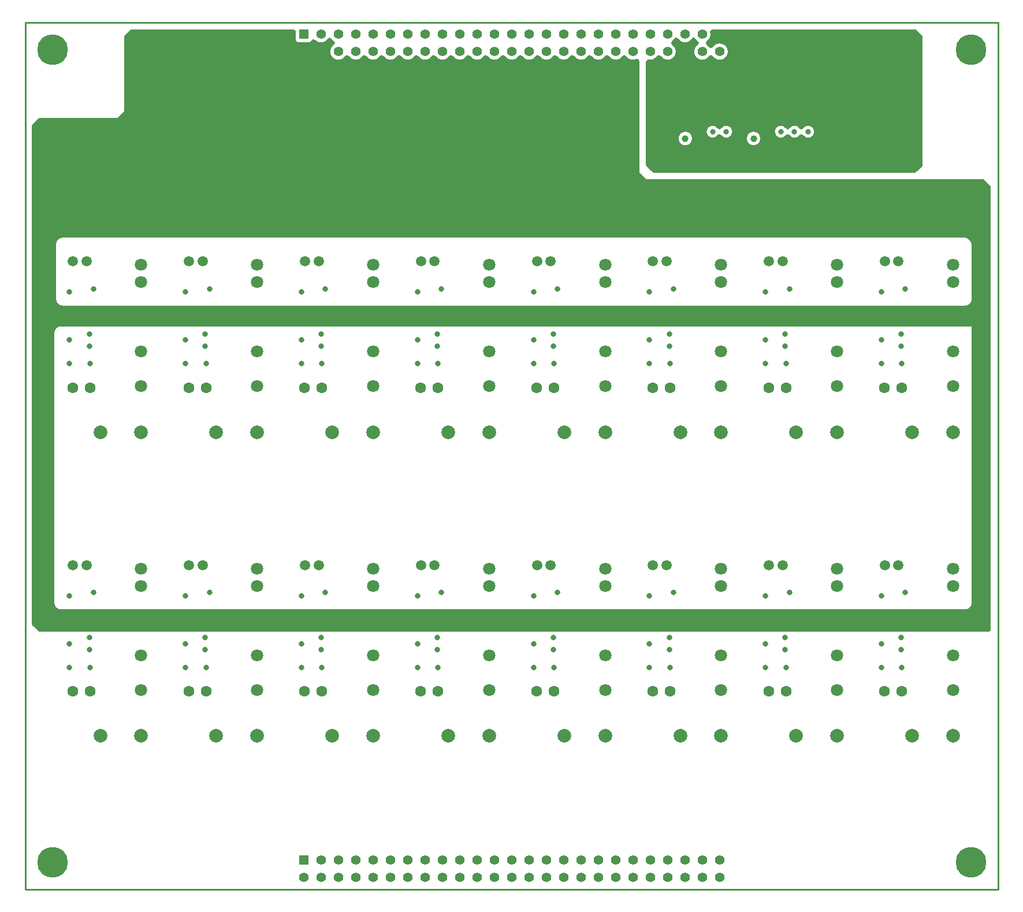
<source format=gbr>
*
*
G04 PADS Layout (Build Number 2005.266.2) generated Gerber (RS-274-X) file*
G04 PC Version=2.1*
*
%IN "cecs_module_relay_1031."*%
*
%MOMM*%
*
%FSLAX35Y35*%
*
*
*
*
G04 PC Standard Apertures*
*
*
G04 Thermal Relief Aperture macro.*
%AMTER*
1,1,$1,0,0*
1,0,$1-$2,0,0*
21,0,$3,$4,0,0,45*
21,0,$3,$4,0,0,135*
%
*
*
G04 Annular Aperture macro.*
%AMANN*
1,1,$1,0,0*
1,0,$2,0,0*
%
*
*
G04 Odd Aperture macro.*
%AMODD*
1,1,$1,0,0*
1,0,$1-0.005,0,0*
%
*
*
G04 PC Custom Aperture Macros*
*
*
*
*
*
*
G04 PC Aperture Table*
*
%ADD033C,1.5*%
%ADD034R,1.4224X1.4224*%
%ADD035C,1.4224*%
%ADD036C,2*%
%ADD058C,0.254*%
%ADD061C,1*%
%ADD062C,0.8*%
%ADD103C,1.6*%
%ADD105C,1.8*%
%ADD106C,4.5*%
%ADD108C,0.3*%
*
*
*
*
G04 PC Custom Flashes*
G04 Layer Name cecs_module_relay_1031. - flashes*
%LPD*%
*
*
G04 PC Circuitry*
G04 Layer Name cecs_module_relay_1031. - circuitry*
%LPD*%
*
G54D33*
G01X26300000Y17450000D03*
X26100000D03*
X33100000Y21900000D03*
X32900000D03*
X34800000Y17450000D03*
X34600000D03*
X34800000Y21900000D03*
X34600000D03*
X36500000Y17450000D03*
X36300000D03*
X36500000Y21900000D03*
X36300000D03*
X38200000Y17450000D03*
X38000000D03*
X38200000Y21900000D03*
X38000000D03*
X26300000D03*
X26100000D03*
X28000000Y17450000D03*
X27800000D03*
X28000000Y21900000D03*
X27800000D03*
X29700000Y17450000D03*
X29500000D03*
X29700000Y21900000D03*
X29500000D03*
X31400000Y17450000D03*
X31200000D03*
X31400000Y21900000D03*
X31200000D03*
X33100000Y17450000D03*
X32900000D03*
G54D34*
X29482000Y13127000D03*
Y25227000D03*
G54D35*
Y12873000D03*
X29736000Y13127000D03*
Y12873000D03*
X29990000Y13127000D03*
Y12873000D03*
X30244000Y13127000D03*
Y12873000D03*
X30498000Y13127000D03*
Y12873000D03*
X30752000Y13127000D03*
Y12873000D03*
X31006000Y13127000D03*
Y12873000D03*
X31260000Y13127000D03*
Y12873000D03*
X31514000Y13127000D03*
Y12873000D03*
X31768000Y13127000D03*
Y12873000D03*
X32022000Y13127000D03*
Y12873000D03*
X32276000Y13127000D03*
Y12873000D03*
X32530000Y13127000D03*
Y12873000D03*
X32784000Y13127000D03*
Y12873000D03*
X33038000Y13127000D03*
Y12873000D03*
X33292000Y13127000D03*
Y12873000D03*
X33546000Y13127000D03*
Y12873000D03*
X33800000Y13127000D03*
Y12873000D03*
X34054000Y13127000D03*
Y12873000D03*
X34308000Y13127000D03*
Y12873000D03*
X34562000Y13127000D03*
Y12873000D03*
X34816000Y13127000D03*
Y12873000D03*
X35070000Y13127000D03*
Y12873000D03*
X35324000Y13127000D03*
Y12873000D03*
X35578000Y13127000D03*
Y12873000D03*
X29482000Y24973000D03*
X29736000Y25227000D03*
Y24973000D03*
X29990000Y25227000D03*
Y24973000D03*
X30244000Y25227000D03*
Y24973000D03*
X30498000Y25227000D03*
Y24973000D03*
X30752000Y25227000D03*
Y24973000D03*
X31006000Y25227000D03*
Y24973000D03*
X31260000Y25227000D03*
Y24973000D03*
X31514000Y25227000D03*
Y24973000D03*
X31768000Y25227000D03*
Y24973000D03*
X32022000Y25227000D03*
Y24973000D03*
X32276000Y25227000D03*
Y24973000D03*
X32530000Y25227000D03*
Y24973000D03*
X32784000Y25227000D03*
Y24973000D03*
X33038000Y25227000D03*
Y24973000D03*
X33292000Y25227000D03*
Y24973000D03*
X33546000Y25227000D03*
Y24973000D03*
X33800000Y25227000D03*
Y24973000D03*
X34054000Y25227000D03*
Y24973000D03*
X34308000Y25227000D03*
Y24973000D03*
X34562000Y25227000D03*
Y24973000D03*
X34816000Y25227000D03*
Y24973000D03*
X35070000Y25227000D03*
Y24973000D03*
X35324000Y25227000D03*
Y24973000D03*
X35578000Y25227000D03*
Y24973000D03*
G54D36*
X27100000Y14950000D03*
X26500000D03*
X33900000Y19400000D03*
X33300000D03*
X35600000Y14950000D03*
X35000000D03*
X35600000Y19400000D03*
X35000000D03*
X37300000Y14950000D03*
X36700000D03*
X37300000Y19400000D03*
X36700000D03*
X39000000Y14950000D03*
X38400000D03*
X39000000Y19400000D03*
X38400000D03*
X27100000D03*
X26500000D03*
X28800000Y14950000D03*
X28200000D03*
X28800000Y19400000D03*
X28200000D03*
X30500000Y14950000D03*
X29900000D03*
X30500000Y19400000D03*
X29900000D03*
X32200000Y14950000D03*
X31600000D03*
X32200000Y19400000D03*
X31600000D03*
X33900000Y14950000D03*
X33300000D03*
G54D58*
X25400000Y12700000D02*
Y25400000D01*
X39660000*
Y12700000*
X25400000*
G54D61*
X36075000Y24200000D03*
Y23700000D03*
X35075000Y24200000D03*
Y23700000D03*
X36075000Y24200000D03*
Y23700000D03*
X35075000Y24200000D03*
Y23700000D03*
G54D62*
X35475000Y24100000D03*
Y23800000D03*
X35675000Y24100000D03*
Y23800000D03*
X36475000Y24100000D03*
Y23800000D03*
X36675000Y24100000D03*
Y23800000D03*
X36875000Y24100000D03*
Y23800000D03*
X26339700Y16211100D03*
Y16388900D03*
X26050000Y16300000D03*
X33139700Y20661100D03*
Y20838900D03*
X32850000Y20750000D03*
X34839700Y16211100D03*
Y16388900D03*
X34550000Y16300000D03*
X34839700Y20661100D03*
Y20838900D03*
X34550000Y20750000D03*
X36539700Y16211100D03*
Y16388900D03*
X36250000Y16300000D03*
X36539700Y20661100D03*
Y20838900D03*
X36250000Y20750000D03*
X38239700Y16211100D03*
Y16388900D03*
X37950000Y16300000D03*
X38239700Y20661100D03*
Y20838900D03*
X37950000Y20750000D03*
X26339700Y20661100D03*
Y20838900D03*
X26050000Y20750000D03*
X28039700Y16211100D03*
Y16388900D03*
X27750000Y16300000D03*
X28039700Y20661100D03*
Y20838900D03*
X27750000Y20750000D03*
X29739700Y16211100D03*
Y16388900D03*
X29450000Y16300000D03*
X29739700Y20661100D03*
Y20838900D03*
X29450000Y20750000D03*
X31439700Y16211100D03*
Y16388900D03*
X31150000Y16300000D03*
X31439700Y20661100D03*
Y20838900D03*
X31150000Y20750000D03*
X33139700Y16211100D03*
Y16388900D03*
X32850000Y16300000D03*
X26400000Y17050000D03*
Y16662500D03*
X27750000Y21450000D03*
Y21150000D03*
X28050000Y15950000D03*
X27750000D03*
X28050000Y20400000D03*
X27750000D03*
X29800000Y17050000D03*
Y16662500D03*
Y21500000D03*
Y21112500D03*
X29450000Y17000000D03*
Y16700000D03*
Y21450000D03*
Y21150000D03*
X29750000Y15950000D03*
X29450000D03*
X29750000Y20400000D03*
X29450000D03*
X31500000Y17050000D03*
Y16662500D03*
X26400000Y21500000D03*
Y21112500D03*
X31500000Y21500000D03*
Y21112500D03*
X31150000Y17000000D03*
Y16700000D03*
Y21450000D03*
Y21150000D03*
X31450000Y15950000D03*
X31150000D03*
X31450000Y20400000D03*
X31150000D03*
X33200000Y17050000D03*
Y16662500D03*
Y21500000D03*
Y21112500D03*
X32850000Y17000000D03*
Y16700000D03*
Y21450000D03*
Y21150000D03*
X33150000Y15950000D03*
X32850000D03*
X26050000Y17000000D03*
Y16700000D03*
X33150000Y20400000D03*
X32850000D03*
X34900000Y17050000D03*
Y16662500D03*
X34550000Y17000000D03*
Y16700000D03*
X34900000Y21500000D03*
Y21112500D03*
X34550000Y21450000D03*
Y21150000D03*
X34850000Y15950000D03*
X34550000D03*
X34850000Y20400000D03*
X34550000D03*
X36600000Y17050000D03*
Y16662500D03*
Y21500000D03*
Y21112500D03*
X36250000Y17000000D03*
Y16700000D03*
X26050000Y21450000D03*
Y21150000D03*
X36250000Y21450000D03*
Y21150000D03*
X36550000Y15950000D03*
X36250000D03*
X36550000Y20400000D03*
X36250000D03*
X38300000Y17050000D03*
Y16662500D03*
X37950000Y17000000D03*
Y16700000D03*
X38300000Y21500000D03*
Y21112500D03*
X37950000Y21450000D03*
Y21150000D03*
X38250000Y15950000D03*
X37950000D03*
X38250000Y20400000D03*
X37950000D03*
X26350000Y15950000D03*
X26050000D03*
X26350000Y20400000D03*
X26050000D03*
X28100000Y17050000D03*
Y16662500D03*
X27750000Y17000000D03*
Y16700000D03*
X28100000Y21500000D03*
Y21112500D03*
X35475000Y24100000D03*
Y23800000D03*
X35675000Y24100000D03*
Y23800000D03*
X36475000Y24100000D03*
Y23800000D03*
X36675000Y24100000D03*
Y23800000D03*
X36875000Y24100000D03*
Y23800000D03*
X26339700Y16211100D03*
Y16388900D03*
X26050000Y16300000D03*
X33139700Y20661100D03*
Y20838900D03*
X32850000Y20750000D03*
X34839700Y16211100D03*
Y16388900D03*
X34550000Y16300000D03*
X34839700Y20661100D03*
Y20838900D03*
X34550000Y20750000D03*
X36539700Y16211100D03*
Y16388900D03*
X36250000Y16300000D03*
X36539700Y20661100D03*
Y20838900D03*
X36250000Y20750000D03*
X38239700Y16211100D03*
Y16388900D03*
X37950000Y16300000D03*
X38239700Y20661100D03*
Y20838900D03*
X37950000Y20750000D03*
X26339700Y20661100D03*
Y20838900D03*
X26050000Y20750000D03*
X28039700Y16211100D03*
Y16388900D03*
X27750000Y16300000D03*
X28039700Y20661100D03*
Y20838900D03*
X27750000Y20750000D03*
X29739700Y16211100D03*
Y16388900D03*
X29450000Y16300000D03*
X29739700Y20661100D03*
Y20838900D03*
X29450000Y20750000D03*
X31439700Y16211100D03*
Y16388900D03*
X31150000Y16300000D03*
X31439700Y20661100D03*
Y20838900D03*
X31150000Y20750000D03*
X33139700Y16211100D03*
Y16388900D03*
X32850000Y16300000D03*
X26400000Y17050000D03*
Y16662500D03*
X27750000Y21450000D03*
Y21150000D03*
X28050000Y15950000D03*
X27750000D03*
X28050000Y20400000D03*
X27750000D03*
X29800000Y17050000D03*
Y16662500D03*
Y21500000D03*
Y21112500D03*
X29450000Y17000000D03*
Y16700000D03*
Y21450000D03*
Y21150000D03*
X29750000Y15950000D03*
X29450000D03*
X29750000Y20400000D03*
X29450000D03*
X31500000Y17050000D03*
Y16662500D03*
X26400000Y21500000D03*
Y21112500D03*
X31500000Y21500000D03*
Y21112500D03*
X31150000Y17000000D03*
Y16700000D03*
Y21450000D03*
Y21150000D03*
X31450000Y15950000D03*
X31150000D03*
X31450000Y20400000D03*
X31150000D03*
X33200000Y17050000D03*
Y16662500D03*
Y21500000D03*
Y21112500D03*
X32850000Y17000000D03*
Y16700000D03*
Y21450000D03*
Y21150000D03*
X33150000Y15950000D03*
X32850000D03*
X26050000Y17000000D03*
Y16700000D03*
X33150000Y20400000D03*
X32850000D03*
X34900000Y17050000D03*
Y16662500D03*
X34550000Y17000000D03*
Y16700000D03*
X34900000Y21500000D03*
Y21112500D03*
X34550000Y21450000D03*
Y21150000D03*
X34850000Y15950000D03*
X34550000D03*
X34850000Y20400000D03*
X34550000D03*
X36600000Y17050000D03*
Y16662500D03*
Y21500000D03*
Y21112500D03*
X36250000Y17000000D03*
Y16700000D03*
X26050000Y21450000D03*
Y21150000D03*
X36250000Y21450000D03*
Y21150000D03*
X36550000Y15950000D03*
X36250000D03*
X36550000Y20400000D03*
X36250000D03*
X38300000Y17050000D03*
Y16662500D03*
X37950000Y17000000D03*
Y16700000D03*
X38300000Y21500000D03*
Y21112500D03*
X37950000Y21450000D03*
Y21150000D03*
X38250000Y15950000D03*
X37950000D03*
X38250000Y20400000D03*
X37950000D03*
X26350000Y15950000D03*
X26050000D03*
X26350000Y20400000D03*
X26050000D03*
X28100000Y17050000D03*
Y16662500D03*
X27750000Y17000000D03*
Y16700000D03*
X28100000Y21500000D03*
Y21112500D03*
G54D103*
X31450000Y20050000D03*
X31196000D03*
X33150000Y15600000D03*
X32896000D03*
X33150000Y20050000D03*
X32896000D03*
X34850000Y15600000D03*
X34596000D03*
X34850000Y20050000D03*
X34596000D03*
X36550000Y15600000D03*
X36296000D03*
X36550000Y20050000D03*
X36296000D03*
X38250000Y15600000D03*
X37996000D03*
X38250000Y20050000D03*
X37996000D03*
X26350000Y15600000D03*
X26096000D03*
X26350000Y20050000D03*
X26096000D03*
X28050000Y15600000D03*
X27796000D03*
X28050000Y20050000D03*
X27796000D03*
X29750000Y15600000D03*
X29496000D03*
X29750000Y20050000D03*
X29496000D03*
X31450000Y15600000D03*
X31196000D03*
G54D105*
X27100000Y17400000D03*
Y17146000D03*
Y15622000D03*
Y16130000D03*
X33900000Y21850000D03*
Y21596000D03*
Y20072000D03*
Y20580000D03*
X35600000Y17400000D03*
Y17146000D03*
Y15622000D03*
Y16130000D03*
Y21850000D03*
Y21596000D03*
Y20072000D03*
Y20580000D03*
X37300000Y17400000D03*
Y17146000D03*
Y15622000D03*
Y16130000D03*
Y21850000D03*
Y21596000D03*
Y20072000D03*
Y20580000D03*
X39000000Y17400000D03*
Y17146000D03*
Y15622000D03*
Y16130000D03*
Y21850000D03*
Y21596000D03*
Y20072000D03*
Y20580000D03*
X27100000Y21850000D03*
Y21596000D03*
Y20072000D03*
Y20580000D03*
X28800000Y17400000D03*
Y17146000D03*
Y15622000D03*
Y16130000D03*
Y21850000D03*
Y21596000D03*
Y20072000D03*
Y20580000D03*
X30500000Y17400000D03*
Y17146000D03*
Y15622000D03*
Y16130000D03*
Y21850000D03*
Y21596000D03*
Y20072000D03*
Y20580000D03*
X32200000Y17400000D03*
Y17146000D03*
Y15622000D03*
Y16130000D03*
Y21850000D03*
Y21596000D03*
Y20072000D03*
Y20580000D03*
X33900000Y17400000D03*
Y17146000D03*
Y15622000D03*
Y16130000D03*
G54D106*
X25800000Y25000000D03*
X39260000D03*
Y13100000D03*
X25800000D03*
G54D108*
X39040000Y20965000D02*
X39485000D01*
Y21435000*
X39290000*
Y21350000*
X39175000Y21235000D02*
G75*
G03X39290000Y21350000I0J115000D01*
G01X39175000Y21235000D02*
X39040000D01*
Y20965000*
X39290000Y16935000D02*
Y16900000D01*
X39175000Y16785000D02*
G03X39290000Y16900000I0J115000D01*
G01X39175000Y16785000D02*
X39165000D01*
Y16640000*
X39535000*
Y16935000*
X39290000*
Y21423967D02*
X39485000D01*
X39290000Y21396967D02*
X39485000D01*
X39290000Y21369967D02*
X39485000D01*
X39289785Y21342967D02*
X39485000D01*
X39284849Y21315967D02*
X39485000D01*
X39272468Y21288967D02*
X39485000D01*
X39248994Y21261967D02*
X39485000D01*
X39040000Y21234967D02*
X39485000D01*
X39040000Y21207967D02*
X39485000D01*
X39040000Y21180967D02*
X39485000D01*
X39040000Y21153967D02*
X39485000D01*
X39040000Y21126967D02*
X39485000D01*
X39040000Y21099967D02*
X39485000D01*
X39040000Y21072967D02*
X39485000D01*
X39040000Y21045967D02*
X39485000D01*
X39040000Y21018967D02*
X39485000D01*
X39040000Y20991967D02*
X39485000D01*
X39290000Y16909967D02*
X39535000D01*
X39288732Y16882967D02*
X39535000D01*
X39281236Y16855967D02*
X39535000D01*
X39265439Y16828967D02*
X39535000D01*
X39235120Y16801967D02*
X39535000D01*
X39165000Y16774967D02*
X39535000D01*
X39165000Y16747967D02*
X39535000D01*
X39165000Y16720967D02*
X39535000D01*
X39165000Y16693967D02*
X39535000D01*
X39165000Y16666967D02*
X39535000D01*
X36190001Y23700000D02*
G03X36190001I-115001J0D01*
G01X35190001D02*
G03X35190001I-115001J0D01*
G01X38535000Y23312426D02*
Y25187574D01*
G03X38530607Y25198180I-15000J-0*
G01X38448180Y25280607*
X38448180D02*
G03X38437574Y25285000I-10606J-10607D01*
G01X35468874*
G03X35454494Y25265732I-0J-15000*
G01X35397775Y25112606D02*
G03X35454494Y25265732I-73775J114394D01*
G01X35397775Y25112606D02*
G03Y25087394I8130J-12606D01*
G01X35438394Y25046775D02*
G03X35397775Y25087394I-114394J-73775D01*
G01X35438394Y25046775D02*
G03X35463606I12606J8130D01*
G01Y24899225D02*
G03Y25046775I114394J73775D01*
G01Y24899225D02*
G03X35438394I-12606J-8130D01*
G01X35250225Y25087394D02*
G03X35438394Y24899225I73775J-114394D01*
G01X35250225Y25087394D02*
G03Y25112606I-8130J12606D01*
G01X35209606Y25153225D02*
G03X35250225Y25112606I114394J73775D01*
G01X35209606Y25153225D02*
G03X35184394I-12606J-8130D01*
G01X34955606D02*
G03X35184394I114394J73775D01*
G01X34955606D02*
G03X34930394I-12606J-8130D01*
G01X34889775Y25112606D02*
G03X34930394Y25153225I-73775J114394D01*
G01X34889775Y25112606D02*
G03Y25087394I8130J-12606D01*
G01X34701606Y24899225D02*
G03X34889775Y25087394I114394J73775D01*
G01X34701606Y24899225D02*
G03X34676394I-12606J-8130D01*
G01X34533176Y24839966D02*
G03X34676394Y24899225I28824J133034D01*
G01X34533176Y24839966D02*
G03X34515000Y24825306I-3176J-14660D01*
G01Y23312426*
G03X34519393Y23301820I15000J0*
G01X34601820Y23219393*
X34601820D02*
G03X34612426Y23215000I10606J10607D01*
G01X38437574*
G03X38448180Y23219393I-0J15000*
G01X38530607Y23301820*
X38530607D02*
G03X38535000Y23312426I-10607J10606D01*
G01X39535000Y16830000D02*
Y22987574D01*
G03X39530607Y22998180I-15000J-0*
G01X39448180Y23080607*
X39448180D02*
G03X39437574Y23085000I-10606J-10607D01*
G01X34493787*
X34385000Y23193787*
Y24835183*
G03X34363846Y24848863I-15000J0*
G01X34193606Y24899225D02*
G03X34363846Y24848863I114394J73775D01*
G01X34193606Y24899225D02*
G03X34168394I-12606J-8130D01*
G01X33939606D02*
G03X34168394I114394J73775D01*
G01X33939606D02*
G03X33914394I-12606J-8130D01*
G01X33685606D02*
G03X33914394I114394J73775D01*
G01X33685606D02*
G03X33660394I-12606J-8130D01*
G01X33431606D02*
G03X33660394I114394J73775D01*
G01X33431606D02*
G03X33406394I-12606J-8130D01*
G01X33177606D02*
G03X33406394I114394J73775D01*
G01X33177606D02*
G03X33152394I-12606J-8130D01*
G01X32923606D02*
G03X33152394I114394J73775D01*
G01X32923606D02*
G03X32898394I-12606J-8130D01*
G01X32669606D02*
G03X32898394I114394J73775D01*
G01X32669606D02*
G03X32644394I-12606J-8130D01*
G01X32415606D02*
G03X32644394I114394J73775D01*
G01X32415606D02*
G03X32390394I-12606J-8130D01*
G01X32161606D02*
G03X32390394I114394J73775D01*
G01X32161606D02*
G03X32136394I-12606J-8130D01*
G01X31907606D02*
G03X32136394I114394J73775D01*
G01X31907606D02*
G03X31882394I-12606J-8130D01*
G01X31653606D02*
G03X31882394I114394J73775D01*
G01X31653606D02*
G03X31628394I-12606J-8130D01*
G01X31399606D02*
G03X31628394I114394J73775D01*
G01X31399606D02*
G03X31374394I-12606J-8130D01*
G01X31145606D02*
G03X31374394I114394J73775D01*
G01X31145606D02*
G03X31120394I-12606J-8130D01*
G01X30891606D02*
G03X31120394I114394J73775D01*
G01X30891606D02*
G03X30866394I-12606J-8130D01*
G01X30637606D02*
G03X30866394I114394J73775D01*
G01X30637606D02*
G03X30612394I-12606J-8130D01*
G01X30383606D02*
G03X30612394I114394J73775D01*
G01X30383606D02*
G03X30358394I-12606J-8130D01*
G01X30129606D02*
G03X30358394I114394J73775D01*
G01X30129606D02*
G03X30104394I-12606J-8130D01*
G01X29916225Y25087394D02*
G03X30104394Y24899225I73775J-114394D01*
G01X29916225Y25087394D02*
G03Y25112606I-8130J12606D01*
G01X29875606Y25153225D02*
G03X29916225Y25112606I114394J73775D01*
G01X29875606Y25153225D02*
G03X29850394I-12606J-8130D01*
G01X29637054Y25133521D02*
G03X29850394Y25153225I98946J93479D01*
G01X29637053Y25133521D02*
G03X29612457Y25129343I-10903J-10301D01*
G01X29553120Y25090879D02*
G03X29612457Y25129343I0J65001D01*
G01X29553120Y25090879D02*
X29410880D01*
X29345879Y25155880D02*
G03X29410880Y25090879I65001J0D01*
G01X29345879Y25155880D02*
Y25270000D01*
X29345879D02*
G03X29330879Y25285000I-15000J0D01*
G01X29330879D02*
X26962426D01*
G03X26951820Y25280607I0J-15000*
G01X26869393Y25198180*
X26869393D02*
G03X26865000Y25187574I10607J-10606D01*
G01Y24093787*
X26756213Y23985000*
X25612426*
G03X25601820Y23980607I0J-15000*
G01X25519393Y23898180*
X25519393D02*
G03X25515000Y23887574I10607J-10606D01*
G01Y16587426*
G03X25519393Y16576820I15000J0*
G01X25601820Y16494393*
X25601820D02*
G03X25612426Y16490000I10606J10607D01*
G01X26309353*
G03X26313147Y16490488I0J15000*
G01X26366253Y16490487D02*
G03X26313147I-26553J-101587D01*
G01X26366253Y16490488D02*
G03X26370047Y16490000I3794J14512D01*
G01X28009353*
G03X28013147Y16490488I0J15000*
G01X28066253Y16490487D02*
G03X28013147I-26553J-101587D01*
G01X28066253Y16490488D02*
G03X28070047Y16490000I3794J14512D01*
G01X29709353*
G03X29713147Y16490488I0J15000*
G01X29766253Y16490487D02*
G03X29713147I-26553J-101587D01*
G01X29766253Y16490488D02*
G03X29770047Y16490000I3794J14512D01*
G01X31409353*
G03X31413147Y16490488I0J15000*
G01X31466253Y16490487D02*
G03X31413147I-26553J-101587D01*
G01X31466253Y16490488D02*
G03X31470047Y16490000I3794J14512D01*
G01X33109353*
G03X33113147Y16490488I0J15000*
G01X33166253Y16490487D02*
G03X33113147I-26553J-101587D01*
G01X33166253Y16490488D02*
G03X33170047Y16490000I3794J14512D01*
G01X34809353*
G03X34813147Y16490488I0J15000*
G01X34866253Y16490487D02*
G03X34813147I-26553J-101587D01*
G01X34866253Y16490488D02*
G03X34870047Y16490000I3794J14512D01*
G01X36509353*
G03X36513147Y16490488I0J15000*
G01X36566253Y16490487D02*
G03X36513147I-26553J-101587D01*
G01X36566253Y16490488D02*
G03X36570047Y16490000I3794J14512D01*
G01X38209353*
G03X38213147Y16490488I0J15000*
G01X38266253Y16490487D02*
G03X38213147I-26553J-101587D01*
G01X38266253Y16490488D02*
G03X38270047Y16490000I3794J14512D01*
G01X39520000*
G03X39535000Y16505000I0J15000*
G01Y16770000*
G03X39520000Y16785000I-15000J0*
G01X25925000*
X25810000Y16900000D02*
G03X25925000Y16785000I115000J0D01*
G01X25810000Y16900000D02*
Y20850000D01*
X25925000Y20965000D02*
G03X25810000Y20850000I0J-115000D01*
G01X25925000Y20965000D02*
X39195000D01*
G03X39210000Y20980000I0J15000*
G01Y21220000*
G03X39195000Y21235000I-15000J0*
G01X25950000*
X25835000Y21350000D02*
G03X25950000Y21235000I115000J0D01*
G01X25835000Y21350000D02*
Y22150000D01*
X25950000Y22265000D02*
G03X25835000Y22150000I0J-115000D01*
G01X25950000Y22265000D02*
X39122188D01*
G03X39124837Y22265236I-0J15000*
G01X39290000Y22151443D02*
G03X39124837Y22265236I-140000J-26443D01*
G01X39290000Y22151443D02*
Y16830000D01*
G03X39305000Y16815000I15000J0*
G01X39520000*
G03X39535000Y16830000I0J15000*
G01X36787500Y23741958D02*
G03Y23858042I87500J58042D01*
G01Y23741958D02*
G03X36762500I-12500J-8291D01*
G01X36587500D02*
G03X36762500I87500J58042D01*
G01X36587500D02*
G03X36562500I-12500J-8291D01*
G01Y23858042D02*
G03Y23741958I-87500J-58042D01*
G01Y23858042D02*
G03X36587500I12500J8291D01*
G01X36762500D02*
G03X36587500I-87500J-58042D01*
G01X36762500D02*
G03X36787500I12500J8291D01*
G01X36190001Y23700000D02*
G03X36190001I-115001J0D01*
G01X35587500Y23741958D02*
G03Y23858042I87500J58042D01*
G01Y23741958D02*
G03X35562500I-12500J-8291D01*
G01Y23858042D02*
G03Y23741958I-87500J-58042D01*
G01Y23858042D02*
G03X35587500I12500J8291D01*
G01X35190001Y23700000D02*
G03X35190001I-115001J0D01*
G01X35453789Y25185967D02*
X38535000D01*
X35441899Y25158967D02*
X38535000D01*
X35421455Y25131967D02*
X38535000D01*
X35611371Y25104967D02*
X38535000D01*
X35664665Y25077967D02*
X38535000D01*
X35689580Y25050967D02*
X38535000D01*
X35704219Y25023967D02*
X38535000D01*
X35711994Y24996967D02*
X38535000D01*
X35714087Y24969967D02*
X38535000D01*
X35710766Y24942967D02*
X38535000D01*
X35701596Y24915967D02*
X38535000D01*
X35685085Y24888967D02*
X38535000D01*
X35656743Y24861967D02*
X38535000D01*
X34518525Y24834967D02*
X38535000D01*
X34515000Y24807967D02*
X38535000D01*
X34515000Y24780967D02*
X38535000D01*
X34515000Y24753967D02*
X38535000D01*
X34515000Y24726967D02*
X38535000D01*
X34515000Y24699967D02*
X38535000D01*
X34515000Y24672967D02*
X38535000D01*
X34515000Y24645967D02*
X38535000D01*
X34515000Y24618967D02*
X38535000D01*
X34515000Y24591967D02*
X38535000D01*
X34515000Y24564967D02*
X38535000D01*
X34515000Y24537967D02*
X38535000D01*
X34515000Y24510967D02*
X38535000D01*
X34515000Y24483967D02*
X38535000D01*
X34515000Y24456967D02*
X38535000D01*
X34515000Y24429967D02*
X38535000D01*
X34515000Y24402967D02*
X38535000D01*
X34515000Y24375967D02*
X38535000D01*
X34515000Y24348967D02*
X38535000D01*
X34515000Y24321967D02*
X38535000D01*
X34515000Y24294967D02*
X38535000D01*
X34515000Y24267967D02*
X38535000D01*
X34515000Y24240967D02*
X38535000D01*
X34515000Y24213967D02*
X38535000D01*
X34515000Y24186967D02*
X38535000D01*
X34515000Y24159967D02*
X38535000D01*
X34515000Y24132967D02*
X38535000D01*
X34515000Y24105967D02*
X38535000D01*
X34515000Y24078967D02*
X38535000D01*
X34515000Y24051967D02*
X38535000D01*
X34515000Y24024967D02*
X38535000D01*
X34515000Y23997967D02*
X38535000D01*
X34515000Y23970967D02*
X38535000D01*
X34515000Y23943967D02*
X38535000D01*
X34515000Y23916967D02*
X38535000D01*
X36929140Y23889967D02*
X38535000D01*
X36959026Y23862967D02*
X38535000D01*
X36973648Y23835967D02*
X38535000D01*
X36979617Y23808967D02*
X38535000D01*
X36978440Y23781967D02*
X38535000D01*
X36969853Y23754967D02*
X38535000D01*
X36951396Y23727967D02*
X38535000D01*
X36909893Y23700967D02*
X38535000D01*
X36187015Y23673967D02*
X38535000D01*
X36177042Y23646967D02*
X38535000D01*
X36157582Y23619967D02*
X38535000D01*
X36117059Y23592967D02*
X38535000D01*
X34515000Y23565967D02*
X38535000D01*
X34515000Y23538967D02*
X38535000D01*
X34515000Y23511967D02*
X38535000D01*
X34515000Y23484967D02*
X38535000D01*
X34515000Y23457967D02*
X38535000D01*
X34515000Y23430967D02*
X38535000D01*
X34515000Y23403967D02*
X38535000D01*
X34515000Y23376967D02*
X38535000D01*
X34515000Y23349967D02*
X38535000D01*
X34515000Y23322967D02*
X38535000D01*
X34525247Y23295967D02*
X38524753D01*
X35459395Y25212967D02*
X38515820D01*
X34552247Y23268967D02*
X38497753D01*
X35459502Y25239967D02*
X38488820D01*
X34579247Y23241967D02*
X38470753D01*
X35454184Y25266967D02*
X38461820D01*
X36709893Y23700967D02*
X36840107D01*
X36729140Y23889967D02*
X36820860D01*
X36751396Y23727967D02*
X36798604D01*
X36759026Y23862967D02*
X36790974D01*
X36509893Y23700967D02*
X36640107D01*
X36529140Y23889967D02*
X36620860D01*
X36551396Y23727967D02*
X36598604D01*
X36559026Y23862967D02*
X36590974D01*
X36189996Y23700967D02*
X36440107D01*
X35729140Y23889967D02*
X36420860D01*
X36186548Y23727967D02*
X36398604D01*
X35759026Y23862967D02*
X36390974D01*
X36176014Y23754967D02*
X36380147D01*
X35773648Y23835967D02*
X36376352D01*
X36155663Y23781967D02*
X36371560D01*
X36111761Y23808967D02*
X36370383D01*
X35779617D02*
X36038239D01*
X35117059Y23592967D02*
X36032941D01*
X35778440Y23781967D02*
X35994337D01*
X35157582Y23619967D02*
X35992418D01*
X35769853Y23754967D02*
X35973986D01*
X35177042Y23646967D02*
X35972958D01*
X35751396Y23727967D02*
X35963452D01*
X35187015Y23673967D02*
X35962985D01*
X35709893Y23700967D02*
X35960004D01*
X35509893D02*
X35640107D01*
X35529140Y23889967D02*
X35620860D01*
X35551396Y23727967D02*
X35598604D01*
X35559026Y23862967D02*
X35590974D01*
X35391751Y25104967D02*
X35544629D01*
X35402743Y24861967D02*
X35499257D01*
X35410665Y25077967D02*
X35491335D01*
X35431085Y24888967D02*
X35470915D01*
X35435580Y25050967D02*
X35466420D01*
X35189996Y23700967D02*
X35440107D01*
X34515000Y23889967D02*
X35420860D01*
X35186548Y23727967D02*
X35398604D01*
X34515000Y23862967D02*
X35390974D01*
X35176014Y23754967D02*
X35380147D01*
X34515000Y23835967D02*
X35376352D01*
X35155663Y23781967D02*
X35371560D01*
X35111761Y23808967D02*
X35370383D01*
X35130305Y25104967D02*
X35256249D01*
X34894743Y24861967D02*
X35245257D01*
X34902665Y25077967D02*
X35237335D01*
X35167455Y25131967D02*
X35226545D01*
X34923085Y24888967D02*
X35216915D01*
X34927580Y25050967D02*
X35212420D01*
X35191292Y25158967D02*
X35202708D01*
X34939596Y24915967D02*
X35200404D01*
X34942219Y25023967D02*
X35197781D01*
X34948766Y24942967D02*
X35191234D01*
X34949994Y24996967D02*
X35190006D01*
X34952087Y24969967D02*
X35187913D01*
X34515000Y23808967D02*
X35038239D01*
X34515000Y23592967D02*
X35032941D01*
X34883751Y25104967D02*
X35009695D01*
X34515000Y23781967D02*
X34994337D01*
X34515000Y23619967D02*
X34992418D01*
X34515000Y23754967D02*
X34973986D01*
X34515000Y23646967D02*
X34972958D01*
X34913455Y25131967D02*
X34972545D01*
X34515000Y23727967D02*
X34963452D01*
X34515000Y23673967D02*
X34962985D01*
X34515000Y23700967D02*
X34960004D01*
X34937292Y25158967D02*
X34948708D01*
X34640743Y24861967D02*
X34737257D01*
X34669085Y24888967D02*
X34708915D01*
X25515000Y22969967D02*
X39535000D01*
X25515000Y22942967D02*
X39535000D01*
X25515000Y22915967D02*
X39535000D01*
X25515000Y22888967D02*
X39535000D01*
X25515000Y22861967D02*
X39535000D01*
X25515000Y22834967D02*
X39535000D01*
X25515000Y22807967D02*
X39535000D01*
X25515000Y22780967D02*
X39535000D01*
X25515000Y22753967D02*
X39535000D01*
X25515000Y22726967D02*
X39535000D01*
X25515000Y22699967D02*
X39535000D01*
X25515000Y22672967D02*
X39535000D01*
X25515000Y22645967D02*
X39535000D01*
X25515000Y22618967D02*
X39535000D01*
X25515000Y22591967D02*
X39535000D01*
X25515000Y22564967D02*
X39535000D01*
X25515000Y22537967D02*
X39535000D01*
X25515000Y22510967D02*
X39535000D01*
X25515000Y22483967D02*
X39535000D01*
X25515000Y22456967D02*
X39535000D01*
X25515000Y22429967D02*
X39535000D01*
X25515000Y22402967D02*
X39535000D01*
X25515000Y22375967D02*
X39535000D01*
X25515000Y22348967D02*
X39535000D01*
X25515000Y22321967D02*
X39535000D01*
X25515000Y22294967D02*
X39535000D01*
X25515000Y22267967D02*
X39535000D01*
X39232771Y22240967D02*
X39535000D01*
X39261284Y22213967D02*
X39535000D01*
X39278294Y22186967D02*
X39535000D01*
X39288118Y22159967D02*
X39535000D01*
X39290000Y22132967D02*
X39535000D01*
X39290000Y22105967D02*
X39535000D01*
X39290000Y22078967D02*
X39535000D01*
X39290000Y22051967D02*
X39535000D01*
X39290000Y22024967D02*
X39535000D01*
X39290000Y21997967D02*
X39535000D01*
X39290000Y21970967D02*
X39535000D01*
X39290000Y21943967D02*
X39535000D01*
X39290000Y21916967D02*
X39535000D01*
X39290000Y21889967D02*
X39535000D01*
X39290000Y21862967D02*
X39535000D01*
X39290000Y21835967D02*
X39535000D01*
X39290000Y21808967D02*
X39535000D01*
X39290000Y21781967D02*
X39535000D01*
X39290000Y21754967D02*
X39535000D01*
X39290000Y21727967D02*
X39535000D01*
X39290000Y21700967D02*
X39535000D01*
X39290000Y21673967D02*
X39535000D01*
X39290000Y21646967D02*
X39535000D01*
X39290000Y21619967D02*
X39535000D01*
X39290000Y21592967D02*
X39535000D01*
X39290000Y21565967D02*
X39535000D01*
X39290000Y21538967D02*
X39535000D01*
X39290000Y21511967D02*
X39535000D01*
X39290000Y21484967D02*
X39535000D01*
X39290000Y21457967D02*
X39535000D01*
X39290000Y21430967D02*
X39535000D01*
X39290000Y21403967D02*
X39535000D01*
X39290000Y21376967D02*
X39535000D01*
X39290000Y21349967D02*
X39535000D01*
X39290000Y21322967D02*
X39535000D01*
X39290000Y21295967D02*
X39535000D01*
X39290000Y21268967D02*
X39535000D01*
X39290000Y21241967D02*
X39535000D01*
X39290000Y21214967D02*
X39535000D01*
X39290000Y21187967D02*
X39535000D01*
X39290000Y21160967D02*
X39535000D01*
X39290000Y21133967D02*
X39535000D01*
X39290000Y21106967D02*
X39535000D01*
X39290000Y21079967D02*
X39535000D01*
X39290000Y21052967D02*
X39535000D01*
X39290000Y21025967D02*
X39535000D01*
X39290000Y20998967D02*
X39535000D01*
X39290000Y20971967D02*
X39535000D01*
X39290000Y20944967D02*
X39535000D01*
X39290000Y20917967D02*
X39535000D01*
X39290000Y20890967D02*
X39535000D01*
X39290000Y20863967D02*
X39535000D01*
X39290000Y20836967D02*
X39535000D01*
X39290000Y20809967D02*
X39535000D01*
X39290000Y20782967D02*
X39535000D01*
X39290000Y20755967D02*
X39535000D01*
X39290000Y20728967D02*
X39535000D01*
X39290000Y20701967D02*
X39535000D01*
X39290000Y20674967D02*
X39535000D01*
X39290000Y20647967D02*
X39535000D01*
X39290000Y20620967D02*
X39535000D01*
X39290000Y20593967D02*
X39535000D01*
X39290000Y20566967D02*
X39535000D01*
X39290000Y20539967D02*
X39535000D01*
X39290000Y20512967D02*
X39535000D01*
X39290000Y20485967D02*
X39535000D01*
X39290000Y20458967D02*
X39535000D01*
X39290000Y20431967D02*
X39535000D01*
X39290000Y20404967D02*
X39535000D01*
X39290000Y20377967D02*
X39535000D01*
X39290000Y20350967D02*
X39535000D01*
X39290000Y20323967D02*
X39535000D01*
X39290000Y20296967D02*
X39535000D01*
X39290000Y20269967D02*
X39535000D01*
X39290000Y20242967D02*
X39535000D01*
X39290000Y20215967D02*
X39535000D01*
X39290000Y20188967D02*
X39535000D01*
X39290000Y20161967D02*
X39535000D01*
X39290000Y20134967D02*
X39535000D01*
X39290000Y20107967D02*
X39535000D01*
X39290000Y20080967D02*
X39535000D01*
X39290000Y20053967D02*
X39535000D01*
X39290000Y20026967D02*
X39535000D01*
X39290000Y19999967D02*
X39535000D01*
X39290000Y19972967D02*
X39535000D01*
X39290000Y19945967D02*
X39535000D01*
X39290000Y19918967D02*
X39535000D01*
X39290000Y19891967D02*
X39535000D01*
X39290000Y19864967D02*
X39535000D01*
X39290000Y19837967D02*
X39535000D01*
X39290000Y19810967D02*
X39535000D01*
X39290000Y19783967D02*
X39535000D01*
X39290000Y19756967D02*
X39535000D01*
X39290000Y19729967D02*
X39535000D01*
X39290000Y19702967D02*
X39535000D01*
X39290000Y19675967D02*
X39535000D01*
X39290000Y19648967D02*
X39535000D01*
X39290000Y19621967D02*
X39535000D01*
X39290000Y19594967D02*
X39535000D01*
X39290000Y19567967D02*
X39535000D01*
X39290000Y19540967D02*
X39535000D01*
X39290000Y19513967D02*
X39535000D01*
X39290000Y19486967D02*
X39535000D01*
X39290000Y19459967D02*
X39535000D01*
X39290000Y19432967D02*
X39535000D01*
X39290000Y19405967D02*
X39535000D01*
X39290000Y19378967D02*
X39535000D01*
X39290000Y19351967D02*
X39535000D01*
X39290000Y19324967D02*
X39535000D01*
X39290000Y19297967D02*
X39535000D01*
X39290000Y19270967D02*
X39535000D01*
X39290000Y19243967D02*
X39535000D01*
X39290000Y19216967D02*
X39535000D01*
X39290000Y19189967D02*
X39535000D01*
X39290000Y19162967D02*
X39535000D01*
X39290000Y19135967D02*
X39535000D01*
X39290000Y19108967D02*
X39535000D01*
X39290000Y19081967D02*
X39535000D01*
X39290000Y19054967D02*
X39535000D01*
X39290000Y19027967D02*
X39535000D01*
X39290000Y19000967D02*
X39535000D01*
X39290000Y18973967D02*
X39535000D01*
X39290000Y18946967D02*
X39535000D01*
X39290000Y18919967D02*
X39535000D01*
X39290000Y18892967D02*
X39535000D01*
X39290000Y18865967D02*
X39535000D01*
X39290000Y18838967D02*
X39535000D01*
X39290000Y18811967D02*
X39535000D01*
X39290000Y18784967D02*
X39535000D01*
X39290000Y18757967D02*
X39535000D01*
X39290000Y18730967D02*
X39535000D01*
X39290000Y18703967D02*
X39535000D01*
X39290000Y18676967D02*
X39535000D01*
X39290000Y18649967D02*
X39535000D01*
X39290000Y18622967D02*
X39535000D01*
X39290000Y18595967D02*
X39535000D01*
X39290000Y18568967D02*
X39535000D01*
X39290000Y18541967D02*
X39535000D01*
X39290000Y18514967D02*
X39535000D01*
X39290000Y18487967D02*
X39535000D01*
X39290000Y18460967D02*
X39535000D01*
X39290000Y18433967D02*
X39535000D01*
X39290000Y18406967D02*
X39535000D01*
X39290000Y18379967D02*
X39535000D01*
X39290000Y18352967D02*
X39535000D01*
X39290000Y18325967D02*
X39535000D01*
X39290000Y18298967D02*
X39535000D01*
X39290000Y18271967D02*
X39535000D01*
X39290000Y18244967D02*
X39535000D01*
X39290000Y18217967D02*
X39535000D01*
X39290000Y18190967D02*
X39535000D01*
X39290000Y18163967D02*
X39535000D01*
X39290000Y18136967D02*
X39535000D01*
X39290000Y18109967D02*
X39535000D01*
X39290000Y18082967D02*
X39535000D01*
X39290000Y18055967D02*
X39535000D01*
X39290000Y18028967D02*
X39535000D01*
X39290000Y18001967D02*
X39535000D01*
X39290000Y17974967D02*
X39535000D01*
X39290000Y17947967D02*
X39535000D01*
X39290000Y17920967D02*
X39535000D01*
X39290000Y17893967D02*
X39535000D01*
X39290000Y17866967D02*
X39535000D01*
X39290000Y17839967D02*
X39535000D01*
X39290000Y17812967D02*
X39535000D01*
X39290000Y17785967D02*
X39535000D01*
X39290000Y17758967D02*
X39535000D01*
X39290000Y17731967D02*
X39535000D01*
X39290000Y17704967D02*
X39535000D01*
X39290000Y17677967D02*
X39535000D01*
X39290000Y17650967D02*
X39535000D01*
X39290000Y17623967D02*
X39535000D01*
X39290000Y17596967D02*
X39535000D01*
X39290000Y17569967D02*
X39535000D01*
X39290000Y17542967D02*
X39535000D01*
X39290000Y17515967D02*
X39535000D01*
X39290000Y17488967D02*
X39535000D01*
X39290000Y17461967D02*
X39535000D01*
X39290000Y17434967D02*
X39535000D01*
X39290000Y17407967D02*
X39535000D01*
X39290000Y17380967D02*
X39535000D01*
X39290000Y17353967D02*
X39535000D01*
X39290000Y17326967D02*
X39535000D01*
X39290000Y17299967D02*
X39535000D01*
X39290000Y17272967D02*
X39535000D01*
X39290000Y17245967D02*
X39535000D01*
X39290000Y17218967D02*
X39535000D01*
X39290000Y17191967D02*
X39535000D01*
X39290000Y17164967D02*
X39535000D01*
X39290000Y17137967D02*
X39535000D01*
X39290000Y17110967D02*
X39535000D01*
X39290000Y17083967D02*
X39535000D01*
X39290000Y17056967D02*
X39535000D01*
X39290000Y17029967D02*
X39535000D01*
X39290000Y17002967D02*
X39535000D01*
X39290000Y16975967D02*
X39535000D01*
X39290000Y16948967D02*
X39535000D01*
X39290000Y16921967D02*
X39535000D01*
X39290000Y16894967D02*
X39535000D01*
X39290000Y16867967D02*
X39535000D01*
X39290000Y16840967D02*
X39535000D01*
X25515000Y16759967D02*
X39535000D01*
X25515000Y16732967D02*
X39535000D01*
X25515000Y16705967D02*
X39535000D01*
X25515000Y16678967D02*
X39535000D01*
X25515000Y16651967D02*
X39535000D01*
X25515000Y16624967D02*
X39535000D01*
X25515000Y16597967D02*
X39535000D01*
X25525247Y16570967D02*
X39535000D01*
X25552247Y16543967D02*
X39535000D01*
X25579247Y16516967D02*
X39535000D01*
X25515000Y22996967D02*
X39531695D01*
X25515000Y23023967D02*
X39504820D01*
X25515000Y23050967D02*
X39477820D01*
X25515000Y23077967D02*
X39450820D01*
X25515000Y21214967D02*
X39210000D01*
X25515000Y21187967D02*
X39210000D01*
X25515000Y21160967D02*
X39210000D01*
X25515000Y21133967D02*
X39210000D01*
X25515000Y21106967D02*
X39210000D01*
X25515000Y21079967D02*
X39210000D01*
X25515000Y21052967D02*
X39210000D01*
X25515000Y21025967D02*
X39210000D01*
X25515000Y20998967D02*
X39210000D01*
X25515000Y20971967D02*
X39207667D01*
X25515000Y23104967D02*
X34473820D01*
X25515000Y23131967D02*
X34446820D01*
X25515000Y23158967D02*
X34419820D01*
X25515000Y23185967D02*
X34392820D01*
X26865000Y24832967D02*
X34385000D01*
X26865000Y24805967D02*
X34385000D01*
X26865000Y24778967D02*
X34385000D01*
X26865000Y24751967D02*
X34385000D01*
X26865000Y24724967D02*
X34385000D01*
X26865000Y24697967D02*
X34385000D01*
X26865000Y24670967D02*
X34385000D01*
X26865000Y24643967D02*
X34385000D01*
X26865000Y24616967D02*
X34385000D01*
X26865000Y24589967D02*
X34385000D01*
X26865000Y24562967D02*
X34385000D01*
X26865000Y24535967D02*
X34385000D01*
X26865000Y24508967D02*
X34385000D01*
X26865000Y24481967D02*
X34385000D01*
X26865000Y24454967D02*
X34385000D01*
X26865000Y24427967D02*
X34385000D01*
X26865000Y24400967D02*
X34385000D01*
X26865000Y24373967D02*
X34385000D01*
X26865000Y24346967D02*
X34385000D01*
X26865000Y24319967D02*
X34385000D01*
X26865000Y24292967D02*
X34385000D01*
X26865000Y24265967D02*
X34385000D01*
X26865000Y24238967D02*
X34385000D01*
X26865000Y24211967D02*
X34385000D01*
X26865000Y24184967D02*
X34385000D01*
X26865000Y24157967D02*
X34385000D01*
X26865000Y24130967D02*
X34385000D01*
X26865000Y24103967D02*
X34385000D01*
X26848180Y24076967D02*
X34385000D01*
X26821180Y24049967D02*
X34385000D01*
X26794180Y24022967D02*
X34385000D01*
X26767180Y23995967D02*
X34385000D01*
X25590180Y23968967D02*
X34385000D01*
X25563180Y23941967D02*
X34385000D01*
X25536180Y23914967D02*
X34385000D01*
X25515005Y23887967D02*
X34385000D01*
X25515000Y23860967D02*
X34385000D01*
X25515000Y23833967D02*
X34385000D01*
X25515000Y23806967D02*
X34385000D01*
X25515000Y23779967D02*
X34385000D01*
X25515000Y23752967D02*
X34385000D01*
X25515000Y23725967D02*
X34385000D01*
X25515000Y23698967D02*
X34385000D01*
X25515000Y23671967D02*
X34385000D01*
X25515000Y23644967D02*
X34385000D01*
X25515000Y23617967D02*
X34385000D01*
X25515000Y23590967D02*
X34385000D01*
X25515000Y23563967D02*
X34385000D01*
X25515000Y23536967D02*
X34385000D01*
X25515000Y23509967D02*
X34385000D01*
X25515000Y23482967D02*
X34385000D01*
X25515000Y23455967D02*
X34385000D01*
X25515000Y23428967D02*
X34385000D01*
X25515000Y23401967D02*
X34385000D01*
X25515000Y23374967D02*
X34385000D01*
X25515000Y23347967D02*
X34385000D01*
X25515000Y23320967D02*
X34385000D01*
X25515000Y23293967D02*
X34385000D01*
X25515000Y23266967D02*
X34385000D01*
X25515000Y23239967D02*
X34385000D01*
X25515000Y23212967D02*
X34385000D01*
X34129844Y24859967D02*
X34232156D01*
X34159485Y24886967D02*
X34202515D01*
X33875844Y24859967D02*
X33978156D01*
X33905485Y24886967D02*
X33948515D01*
X33621844Y24859967D02*
X33724156D01*
X33651485Y24886967D02*
X33694515D01*
X33367844Y24859967D02*
X33470156D01*
X33397485Y24886967D02*
X33440515D01*
X33113844Y24859967D02*
X33216156D01*
X33143485Y24886967D02*
X33186515D01*
X32859844Y24859967D02*
X32962156D01*
X32889485Y24886967D02*
X32932515D01*
X32605844Y24859967D02*
X32708156D01*
X32635485Y24886967D02*
X32678515D01*
X32351844Y24859967D02*
X32454156D01*
X32381485Y24886967D02*
X32424515D01*
X32097844Y24859967D02*
X32200156D01*
X32127485Y24886967D02*
X32170515D01*
X31843844Y24859967D02*
X31946156D01*
X31873485Y24886967D02*
X31916515D01*
X31589844Y24859967D02*
X31692156D01*
X31619485Y24886967D02*
X31662515D01*
X31335844Y24859967D02*
X31438156D01*
X31365485Y24886967D02*
X31408515D01*
X31081844Y24859967D02*
X31184156D01*
X31111485Y24886967D02*
X31154515D01*
X30827844Y24859967D02*
X30930156D01*
X30857485Y24886967D02*
X30900515D01*
X30573844Y24859967D02*
X30676156D01*
X30603485Y24886967D02*
X30646515D01*
X30319844Y24859967D02*
X30422156D01*
X30349485Y24886967D02*
X30392515D01*
X30065844Y24859967D02*
X30168156D01*
X30095485Y24886967D02*
X30138515D01*
X29792076Y25102967D02*
X29922799D01*
X26865000Y24859967D02*
X29914156D01*
X26865000Y25075967D02*
X29900968D01*
X29831464Y25129967D02*
X29894536D01*
X26865000Y24886967D02*
X29884515D01*
X26865000Y25048967D02*
X29877049D01*
X29853831Y25156967D02*
X29872169D01*
X26865000Y24913967D02*
X29867347D01*
X26865000Y25021967D02*
X29862992D01*
X26865000Y24940967D02*
X29857702D01*
X26865000Y24994967D02*
X29855664D01*
X26865000Y24967967D02*
X29853973D01*
X29590872Y25102967D02*
X29679924D01*
X29612753Y25129967D02*
X29640536D01*
X26865000Y25102967D02*
X29373128D01*
X26865000Y25129967D02*
X29351268D01*
X26936180Y25264967D02*
X29345879D01*
X26909180Y25237967D02*
X29345879D01*
X26882180Y25210967D02*
X29345879D01*
X26865000Y25183967D02*
X29345879D01*
X26865000Y25156967D02*
X29345879D01*
X25515000Y21241967D02*
X25910582D01*
X25515000Y16786967D02*
X25903823D01*
X25515000Y22240967D02*
X25879643D01*
X25515000Y21268967D02*
X25868400D01*
X25515000Y20944967D02*
X25860144D01*
X25515000Y22213967D02*
X25854432D01*
X25515000Y16813967D02*
X25848690D01*
X25515000Y21295967D02*
X25848484D01*
X25515000Y22186967D02*
X25841103D01*
X25515000Y21322967D02*
X25838223D01*
X25515000Y22159967D02*
X25835433D01*
X25515000Y22132967D02*
X25835000D01*
X25515000Y22105967D02*
X25835000D01*
X25515000Y22078967D02*
X25835000D01*
X25515000Y22051967D02*
X25835000D01*
X25515000Y22024967D02*
X25835000D01*
X25515000Y21997967D02*
X25835000D01*
X25515000Y21970967D02*
X25835000D01*
X25515000Y21943967D02*
X25835000D01*
X25515000Y21916967D02*
X25835000D01*
X25515000Y21889967D02*
X25835000D01*
X25515000Y21862967D02*
X25835000D01*
X25515000Y21835967D02*
X25835000D01*
X25515000Y21808967D02*
X25835000D01*
X25515000Y21781967D02*
X25835000D01*
X25515000Y21754967D02*
X25835000D01*
X25515000Y21727967D02*
X25835000D01*
X25515000Y21700967D02*
X25835000D01*
X25515000Y21673967D02*
X25835000D01*
X25515000Y21646967D02*
X25835000D01*
X25515000Y21619967D02*
X25835000D01*
X25515000Y21592967D02*
X25835000D01*
X25515000Y21565967D02*
X25835000D01*
X25515000Y21538967D02*
X25835000D01*
X25515000Y21511967D02*
X25835000D01*
X25515000Y21484967D02*
X25835000D01*
X25515000Y21457967D02*
X25835000D01*
X25515000Y21430967D02*
X25835000D01*
X25515000Y21403967D02*
X25835000D01*
X25515000Y21376967D02*
X25835000D01*
X25515000Y21349967D02*
X25835000D01*
X25515000Y20917967D02*
X25832234D01*
X25515000Y16840967D02*
X25826308D01*
X25515000Y20890967D02*
X25817544D01*
X25515000Y16867967D02*
X25814552D01*
X25515000Y20863967D02*
X25810851D01*
X25515000Y16894967D02*
X25810110D01*
X25515000Y20836967D02*
X25810000D01*
X25515000Y20809967D02*
X25810000D01*
X25515000Y20782967D02*
X25810000D01*
X25515000Y20755967D02*
X25810000D01*
X25515000Y20728967D02*
X25810000D01*
X25515000Y20701967D02*
X25810000D01*
X25515000Y20674967D02*
X25810000D01*
X25515000Y20647967D02*
X25810000D01*
X25515000Y20620967D02*
X25810000D01*
X25515000Y20593967D02*
X25810000D01*
X25515000Y20566967D02*
X25810000D01*
X25515000Y20539967D02*
X25810000D01*
X25515000Y20512967D02*
X25810000D01*
X25515000Y20485967D02*
X25810000D01*
X25515000Y20458967D02*
X25810000D01*
X25515000Y20431967D02*
X25810000D01*
X25515000Y20404967D02*
X25810000D01*
X25515000Y20377967D02*
X25810000D01*
X25515000Y20350967D02*
X25810000D01*
X25515000Y20323967D02*
X25810000D01*
X25515000Y20296967D02*
X25810000D01*
X25515000Y20269967D02*
X25810000D01*
X25515000Y20242967D02*
X25810000D01*
X25515000Y20215967D02*
X25810000D01*
X25515000Y20188967D02*
X25810000D01*
X25515000Y20161967D02*
X25810000D01*
X25515000Y20134967D02*
X25810000D01*
X25515000Y20107967D02*
X25810000D01*
X25515000Y20080967D02*
X25810000D01*
X25515000Y20053967D02*
X25810000D01*
X25515000Y20026967D02*
X25810000D01*
X25515000Y19999967D02*
X25810000D01*
X25515000Y19972967D02*
X25810000D01*
X25515000Y19945967D02*
X25810000D01*
X25515000Y19918967D02*
X25810000D01*
X25515000Y19891967D02*
X25810000D01*
X25515000Y19864967D02*
X25810000D01*
X25515000Y19837967D02*
X25810000D01*
X25515000Y19810967D02*
X25810000D01*
X25515000Y19783967D02*
X25810000D01*
X25515000Y19756967D02*
X25810000D01*
X25515000Y19729967D02*
X25810000D01*
X25515000Y19702967D02*
X25810000D01*
X25515000Y19675967D02*
X25810000D01*
X25515000Y19648967D02*
X25810000D01*
X25515000Y19621967D02*
X25810000D01*
X25515000Y19594967D02*
X25810000D01*
X25515000Y19567967D02*
X25810000D01*
X25515000Y19540967D02*
X25810000D01*
X25515000Y19513967D02*
X25810000D01*
X25515000Y19486967D02*
X25810000D01*
X25515000Y19459967D02*
X25810000D01*
X25515000Y19432967D02*
X25810000D01*
X25515000Y19405967D02*
X25810000D01*
X25515000Y19378967D02*
X25810000D01*
X25515000Y19351967D02*
X25810000D01*
X25515000Y19324967D02*
X25810000D01*
X25515000Y19297967D02*
X25810000D01*
X25515000Y19270967D02*
X25810000D01*
X25515000Y19243967D02*
X25810000D01*
X25515000Y19216967D02*
X25810000D01*
X25515000Y19189967D02*
X25810000D01*
X25515000Y19162967D02*
X25810000D01*
X25515000Y19135967D02*
X25810000D01*
X25515000Y19108967D02*
X25810000D01*
X25515000Y19081967D02*
X25810000D01*
X25515000Y19054967D02*
X25810000D01*
X25515000Y19027967D02*
X25810000D01*
X25515000Y19000967D02*
X25810000D01*
X25515000Y18973967D02*
X25810000D01*
X25515000Y18946967D02*
X25810000D01*
X25515000Y18919967D02*
X25810000D01*
X25515000Y18892967D02*
X25810000D01*
X25515000Y18865967D02*
X25810000D01*
X25515000Y18838967D02*
X25810000D01*
X25515000Y18811967D02*
X25810000D01*
X25515000Y18784967D02*
X25810000D01*
X25515000Y18757967D02*
X25810000D01*
X25515000Y18730967D02*
X25810000D01*
X25515000Y18703967D02*
X25810000D01*
X25515000Y18676967D02*
X25810000D01*
X25515000Y18649967D02*
X25810000D01*
X25515000Y18622967D02*
X25810000D01*
X25515000Y18595967D02*
X25810000D01*
X25515000Y18568967D02*
X25810000D01*
X25515000Y18541967D02*
X25810000D01*
X25515000Y18514967D02*
X25810000D01*
X25515000Y18487967D02*
X25810000D01*
X25515000Y18460967D02*
X25810000D01*
X25515000Y18433967D02*
X25810000D01*
X25515000Y18406967D02*
X25810000D01*
X25515000Y18379967D02*
X25810000D01*
X25515000Y18352967D02*
X25810000D01*
X25515000Y18325967D02*
X25810000D01*
X25515000Y18298967D02*
X25810000D01*
X25515000Y18271967D02*
X25810000D01*
X25515000Y18244967D02*
X25810000D01*
X25515000Y18217967D02*
X25810000D01*
X25515000Y18190967D02*
X25810000D01*
X25515000Y18163967D02*
X25810000D01*
X25515000Y18136967D02*
X25810000D01*
X25515000Y18109967D02*
X25810000D01*
X25515000Y18082967D02*
X25810000D01*
X25515000Y18055967D02*
X25810000D01*
X25515000Y18028967D02*
X25810000D01*
X25515000Y18001967D02*
X25810000D01*
X25515000Y17974967D02*
X25810000D01*
X25515000Y17947967D02*
X25810000D01*
X25515000Y17920967D02*
X25810000D01*
X25515000Y17893967D02*
X25810000D01*
X25515000Y17866967D02*
X25810000D01*
X25515000Y17839967D02*
X25810000D01*
X25515000Y17812967D02*
X25810000D01*
X25515000Y17785967D02*
X25810000D01*
X25515000Y17758967D02*
X25810000D01*
X25515000Y17731967D02*
X25810000D01*
X25515000Y17704967D02*
X25810000D01*
X25515000Y17677967D02*
X25810000D01*
X25515000Y17650967D02*
X25810000D01*
X25515000Y17623967D02*
X25810000D01*
X25515000Y17596967D02*
X25810000D01*
X25515000Y17569967D02*
X25810000D01*
X25515000Y17542967D02*
X25810000D01*
X25515000Y17515967D02*
X25810000D01*
X25515000Y17488967D02*
X25810000D01*
X25515000Y17461967D02*
X25810000D01*
X25515000Y17434967D02*
X25810000D01*
X25515000Y17407967D02*
X25810000D01*
X25515000Y17380967D02*
X25810000D01*
X25515000Y17353967D02*
X25810000D01*
X25515000Y17326967D02*
X25810000D01*
X25515000Y17299967D02*
X25810000D01*
X25515000Y17272967D02*
X25810000D01*
X25515000Y17245967D02*
X25810000D01*
X25515000Y17218967D02*
X25810000D01*
X25515000Y17191967D02*
X25810000D01*
X25515000Y17164967D02*
X25810000D01*
X25515000Y17137967D02*
X25810000D01*
X25515000Y17110967D02*
X25810000D01*
X25515000Y17083967D02*
X25810000D01*
X25515000Y17056967D02*
X25810000D01*
X25515000Y17029967D02*
X25810000D01*
X25515000Y17002967D02*
X25810000D01*
X25515000Y16975967D02*
X25810000D01*
X25515000Y16948967D02*
X25810000D01*
X25515000Y16921967D02*
X25810000D01*
G74*
X0Y0D02*
M02*

</source>
